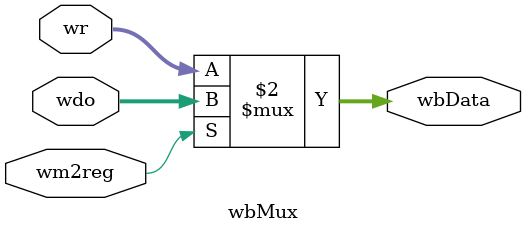
<source format=v>
`timescale 1ns / 1ps
module wbMux (
    input  wire [31:0] wr,       //alu result
    input  wire [31:0] wdo,      //data mem output
    input  wire        wm2reg,  //wb control signal
    output wire [31:0] wbData   //data to write into regfile
);

    //alu result or data mem output
    assign wbData = (wm2reg == 1'b0) ? wr : wdo;

endmodule

</source>
